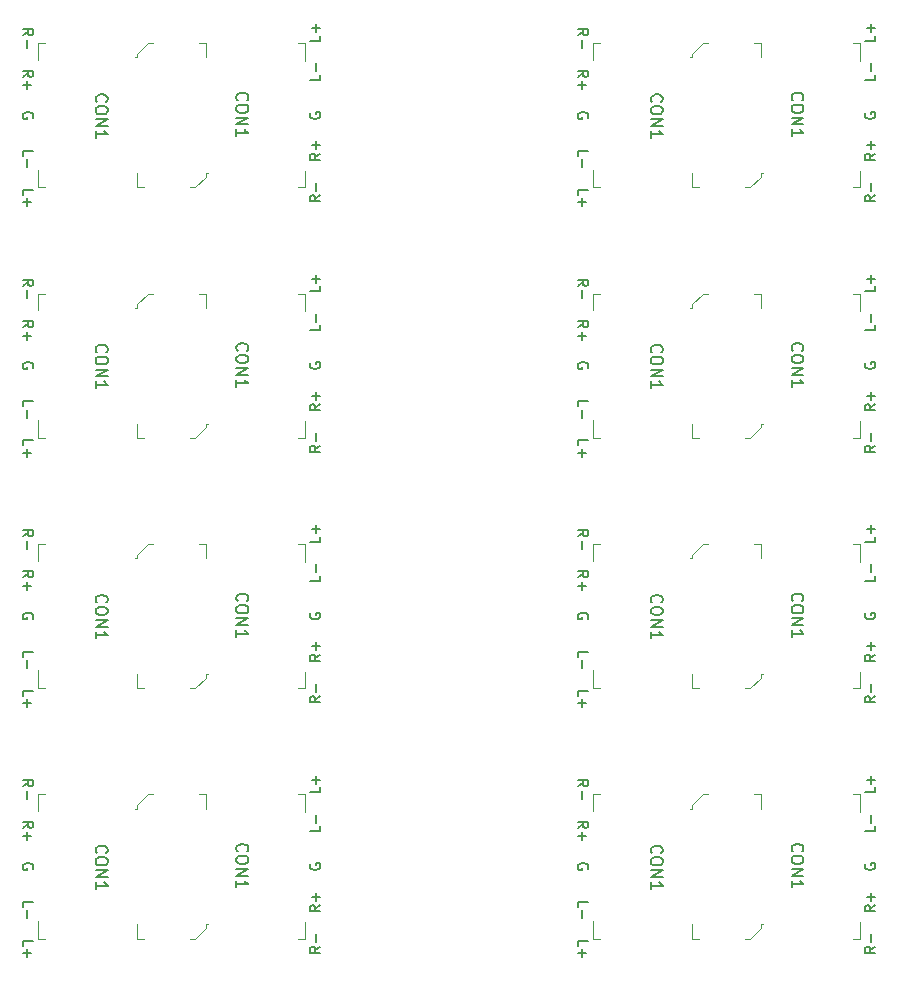
<source format=gto>
G04 #@! TF.GenerationSoftware,KiCad,Pcbnew,(5.1.0)-1*
G04 #@! TF.CreationDate,2019-06-08T18:11:25-04:00*
G04 #@! TF.ProjectId,input+output,696e7075-742b-46f7-9574-7075742e6b69,0.1*
G04 #@! TF.SameCoordinates,Original*
G04 #@! TF.FileFunction,Legend,Top*
G04 #@! TF.FilePolarity,Positive*
%FSLAX46Y46*%
G04 Gerber Fmt 4.6, Leading zero omitted, Abs format (unit mm)*
G04 Created by KiCad (PCBNEW (5.1.0)-1) date 2019-06-08 18:11:25*
%MOMM*%
%LPD*%
G04 APERTURE LIST*
%ADD10C,0.203200*%
%ADD11C,0.100000*%
%ADD12C,0.150000*%
G04 APERTURE END LIST*
D10*
X88947833Y-123228833D02*
X89371166Y-122932500D01*
X88947833Y-122720833D02*
X89836833Y-122720833D01*
X89836833Y-123059500D01*
X89794500Y-123144166D01*
X89752166Y-123186500D01*
X89667500Y-123228833D01*
X89540500Y-123228833D01*
X89455833Y-123186500D01*
X89413500Y-123144166D01*
X89371166Y-123059500D01*
X89371166Y-122720833D01*
X89286500Y-123609833D02*
X89286500Y-124287166D01*
X88947833Y-136728833D02*
X88947833Y-136305500D01*
X89836833Y-136305500D01*
X89286500Y-137025166D02*
X89286500Y-137702500D01*
X88947833Y-137363833D02*
X89625166Y-137363833D01*
X114152166Y-102079166D02*
X114152166Y-102502500D01*
X113263166Y-102502500D01*
X113813500Y-101782833D02*
X113813500Y-101105500D01*
X114152166Y-101444166D02*
X113474833Y-101444166D01*
X89794500Y-109036833D02*
X89836833Y-108952166D01*
X89836833Y-108825166D01*
X89794500Y-108698166D01*
X89709833Y-108613500D01*
X89625166Y-108571166D01*
X89455833Y-108528833D01*
X89328833Y-108528833D01*
X89159500Y-108571166D01*
X89074833Y-108613500D01*
X88990166Y-108698166D01*
X88947833Y-108825166D01*
X88947833Y-108909833D01*
X88990166Y-109036833D01*
X89032500Y-109079166D01*
X89328833Y-109079166D01*
X89328833Y-108909833D01*
X114152166Y-123279166D02*
X114152166Y-123702500D01*
X113263166Y-123702500D01*
X113813500Y-122982833D02*
X113813500Y-122305500D01*
X114152166Y-122644166D02*
X113474833Y-122644166D01*
X88947833Y-133428833D02*
X88947833Y-133005500D01*
X89836833Y-133005500D01*
X89286500Y-133725166D02*
X89286500Y-134402500D01*
X89794500Y-130236833D02*
X89836833Y-130152166D01*
X89836833Y-130025166D01*
X89794500Y-129898166D01*
X89709833Y-129813500D01*
X89625166Y-129771166D01*
X89455833Y-129728833D01*
X89328833Y-129728833D01*
X89159500Y-129771166D01*
X89074833Y-129813500D01*
X88990166Y-129898166D01*
X88947833Y-130025166D01*
X88947833Y-130109833D01*
X88990166Y-130236833D01*
X89032500Y-130279166D01*
X89328833Y-130279166D01*
X89328833Y-130109833D01*
X88947833Y-102028833D02*
X89371166Y-101732500D01*
X88947833Y-101520833D02*
X89836833Y-101520833D01*
X89836833Y-101859500D01*
X89794500Y-101944166D01*
X89752166Y-101986500D01*
X89667500Y-102028833D01*
X89540500Y-102028833D01*
X89455833Y-101986500D01*
X89413500Y-101944166D01*
X89371166Y-101859500D01*
X89371166Y-101520833D01*
X89286500Y-102409833D02*
X89286500Y-103087166D01*
X113305500Y-108571166D02*
X113263166Y-108655833D01*
X113263166Y-108782833D01*
X113305500Y-108909833D01*
X113390166Y-108994500D01*
X113474833Y-109036833D01*
X113644166Y-109079166D01*
X113771166Y-109079166D01*
X113940500Y-109036833D01*
X114025166Y-108994500D01*
X114109833Y-108909833D01*
X114152166Y-108782833D01*
X114152166Y-108698166D01*
X114109833Y-108571166D01*
X114067500Y-108528833D01*
X113771166Y-108528833D01*
X113771166Y-108698166D01*
X88947833Y-105528833D02*
X89371166Y-105232500D01*
X88947833Y-105020833D02*
X89836833Y-105020833D01*
X89836833Y-105359500D01*
X89794500Y-105444166D01*
X89752166Y-105486500D01*
X89667500Y-105528833D01*
X89540500Y-105528833D01*
X89455833Y-105486500D01*
X89413500Y-105444166D01*
X89371166Y-105359500D01*
X89371166Y-105020833D01*
X89286500Y-105909833D02*
X89286500Y-106587166D01*
X88947833Y-106248500D02*
X89625166Y-106248500D01*
X114152166Y-105379166D02*
X114152166Y-105802500D01*
X113263166Y-105802500D01*
X113813500Y-105082833D02*
X113813500Y-104405500D01*
X113305500Y-129771166D02*
X113263166Y-129855833D01*
X113263166Y-129982833D01*
X113305500Y-130109833D01*
X113390166Y-130194500D01*
X113474833Y-130236833D01*
X113644166Y-130279166D01*
X113771166Y-130279166D01*
X113940500Y-130236833D01*
X114025166Y-130194500D01*
X114109833Y-130109833D01*
X114152166Y-129982833D01*
X114152166Y-129898166D01*
X114109833Y-129771166D01*
X114067500Y-129728833D01*
X113771166Y-129728833D01*
X113771166Y-129898166D01*
X114152166Y-136779166D02*
X113728833Y-137075500D01*
X114152166Y-137287166D02*
X113263166Y-137287166D01*
X113263166Y-136948500D01*
X113305500Y-136863833D01*
X113347833Y-136821500D01*
X113432500Y-136779166D01*
X113559500Y-136779166D01*
X113644166Y-136821500D01*
X113686500Y-136863833D01*
X113728833Y-136948500D01*
X113728833Y-137287166D01*
X113813500Y-136398166D02*
X113813500Y-135720833D01*
X114152166Y-133279166D02*
X113728833Y-133575500D01*
X114152166Y-133787166D02*
X113263166Y-133787166D01*
X113263166Y-133448500D01*
X113305500Y-133363833D01*
X113347833Y-133321500D01*
X113432500Y-133279166D01*
X113559500Y-133279166D01*
X113644166Y-133321500D01*
X113686500Y-133363833D01*
X113728833Y-133448500D01*
X113728833Y-133787166D01*
X113813500Y-132898166D02*
X113813500Y-132220833D01*
X114152166Y-132559500D02*
X113474833Y-132559500D01*
X114152166Y-115579166D02*
X113728833Y-115875500D01*
X114152166Y-116087166D02*
X113263166Y-116087166D01*
X113263166Y-115748500D01*
X113305500Y-115663833D01*
X113347833Y-115621500D01*
X113432500Y-115579166D01*
X113559500Y-115579166D01*
X113644166Y-115621500D01*
X113686500Y-115663833D01*
X113728833Y-115748500D01*
X113728833Y-116087166D01*
X113813500Y-115198166D02*
X113813500Y-114520833D01*
X114152166Y-126579166D02*
X114152166Y-127002500D01*
X113263166Y-127002500D01*
X113813500Y-126282833D02*
X113813500Y-125605500D01*
X114152166Y-112079166D02*
X113728833Y-112375500D01*
X114152166Y-112587166D02*
X113263166Y-112587166D01*
X113263166Y-112248500D01*
X113305500Y-112163833D01*
X113347833Y-112121500D01*
X113432500Y-112079166D01*
X113559500Y-112079166D01*
X113644166Y-112121500D01*
X113686500Y-112163833D01*
X113728833Y-112248500D01*
X113728833Y-112587166D01*
X113813500Y-111698166D02*
X113813500Y-111020833D01*
X114152166Y-111359500D02*
X113474833Y-111359500D01*
X88947833Y-112228833D02*
X88947833Y-111805500D01*
X89836833Y-111805500D01*
X89286500Y-112525166D02*
X89286500Y-113202500D01*
X88947833Y-115528833D02*
X88947833Y-115105500D01*
X89836833Y-115105500D01*
X89286500Y-115825166D02*
X89286500Y-116502500D01*
X88947833Y-116163833D02*
X89625166Y-116163833D01*
X88947833Y-126728833D02*
X89371166Y-126432500D01*
X88947833Y-126220833D02*
X89836833Y-126220833D01*
X89836833Y-126559500D01*
X89794500Y-126644166D01*
X89752166Y-126686500D01*
X89667500Y-126728833D01*
X89540500Y-126728833D01*
X89455833Y-126686500D01*
X89413500Y-126644166D01*
X89371166Y-126559500D01*
X89371166Y-126220833D01*
X89286500Y-127109833D02*
X89286500Y-127787166D01*
X88947833Y-127448500D02*
X89625166Y-127448500D01*
X161152166Y-112079166D02*
X160728833Y-112375500D01*
X161152166Y-112587166D02*
X160263166Y-112587166D01*
X160263166Y-112248500D01*
X160305500Y-112163833D01*
X160347833Y-112121500D01*
X160432500Y-112079166D01*
X160559500Y-112079166D01*
X160644166Y-112121500D01*
X160686500Y-112163833D01*
X160728833Y-112248500D01*
X160728833Y-112587166D01*
X160813500Y-111698166D02*
X160813500Y-111020833D01*
X161152166Y-111359500D02*
X160474833Y-111359500D01*
X161152166Y-105379166D02*
X161152166Y-105802500D01*
X160263166Y-105802500D01*
X160813500Y-105082833D02*
X160813500Y-104405500D01*
X135947833Y-102028833D02*
X136371166Y-101732500D01*
X135947833Y-101520833D02*
X136836833Y-101520833D01*
X136836833Y-101859500D01*
X136794500Y-101944166D01*
X136752166Y-101986500D01*
X136667500Y-102028833D01*
X136540500Y-102028833D01*
X136455833Y-101986500D01*
X136413500Y-101944166D01*
X136371166Y-101859500D01*
X136371166Y-101520833D01*
X136286500Y-102409833D02*
X136286500Y-103087166D01*
X161152166Y-102079166D02*
X161152166Y-102502500D01*
X160263166Y-102502500D01*
X160813500Y-101782833D02*
X160813500Y-101105500D01*
X161152166Y-101444166D02*
X160474833Y-101444166D01*
X135947833Y-115528833D02*
X135947833Y-115105500D01*
X136836833Y-115105500D01*
X136286500Y-115825166D02*
X136286500Y-116502500D01*
X135947833Y-116163833D02*
X136625166Y-116163833D01*
X135947833Y-105528833D02*
X136371166Y-105232500D01*
X135947833Y-105020833D02*
X136836833Y-105020833D01*
X136836833Y-105359500D01*
X136794500Y-105444166D01*
X136752166Y-105486500D01*
X136667500Y-105528833D01*
X136540500Y-105528833D01*
X136455833Y-105486500D01*
X136413500Y-105444166D01*
X136371166Y-105359500D01*
X136371166Y-105020833D01*
X136286500Y-105909833D02*
X136286500Y-106587166D01*
X135947833Y-106248500D02*
X136625166Y-106248500D01*
X161152166Y-115579166D02*
X160728833Y-115875500D01*
X161152166Y-116087166D02*
X160263166Y-116087166D01*
X160263166Y-115748500D01*
X160305500Y-115663833D01*
X160347833Y-115621500D01*
X160432500Y-115579166D01*
X160559500Y-115579166D01*
X160644166Y-115621500D01*
X160686500Y-115663833D01*
X160728833Y-115748500D01*
X160728833Y-116087166D01*
X160813500Y-115198166D02*
X160813500Y-114520833D01*
X160305500Y-108571166D02*
X160263166Y-108655833D01*
X160263166Y-108782833D01*
X160305500Y-108909833D01*
X160390166Y-108994500D01*
X160474833Y-109036833D01*
X160644166Y-109079166D01*
X160771166Y-109079166D01*
X160940500Y-109036833D01*
X161025166Y-108994500D01*
X161109833Y-108909833D01*
X161152166Y-108782833D01*
X161152166Y-108698166D01*
X161109833Y-108571166D01*
X161067500Y-108528833D01*
X160771166Y-108528833D01*
X160771166Y-108698166D01*
X135947833Y-112228833D02*
X135947833Y-111805500D01*
X136836833Y-111805500D01*
X136286500Y-112525166D02*
X136286500Y-113202500D01*
X136794500Y-109036833D02*
X136836833Y-108952166D01*
X136836833Y-108825166D01*
X136794500Y-108698166D01*
X136709833Y-108613500D01*
X136625166Y-108571166D01*
X136455833Y-108528833D01*
X136328833Y-108528833D01*
X136159500Y-108571166D01*
X136074833Y-108613500D01*
X135990166Y-108698166D01*
X135947833Y-108825166D01*
X135947833Y-108909833D01*
X135990166Y-109036833D01*
X136032500Y-109079166D01*
X136328833Y-109079166D01*
X136328833Y-108909833D01*
X135947833Y-126728833D02*
X136371166Y-126432500D01*
X135947833Y-126220833D02*
X136836833Y-126220833D01*
X136836833Y-126559500D01*
X136794500Y-126644166D01*
X136752166Y-126686500D01*
X136667500Y-126728833D01*
X136540500Y-126728833D01*
X136455833Y-126686500D01*
X136413500Y-126644166D01*
X136371166Y-126559500D01*
X136371166Y-126220833D01*
X136286500Y-127109833D02*
X136286500Y-127787166D01*
X135947833Y-127448500D02*
X136625166Y-127448500D01*
X161152166Y-126579166D02*
X161152166Y-127002500D01*
X160263166Y-127002500D01*
X160813500Y-126282833D02*
X160813500Y-125605500D01*
X135947833Y-136728833D02*
X135947833Y-136305500D01*
X136836833Y-136305500D01*
X136286500Y-137025166D02*
X136286500Y-137702500D01*
X135947833Y-137363833D02*
X136625166Y-137363833D01*
X135947833Y-123228833D02*
X136371166Y-122932500D01*
X135947833Y-122720833D02*
X136836833Y-122720833D01*
X136836833Y-123059500D01*
X136794500Y-123144166D01*
X136752166Y-123186500D01*
X136667500Y-123228833D01*
X136540500Y-123228833D01*
X136455833Y-123186500D01*
X136413500Y-123144166D01*
X136371166Y-123059500D01*
X136371166Y-122720833D01*
X136286500Y-123609833D02*
X136286500Y-124287166D01*
X161152166Y-133279166D02*
X160728833Y-133575500D01*
X161152166Y-133787166D02*
X160263166Y-133787166D01*
X160263166Y-133448500D01*
X160305500Y-133363833D01*
X160347833Y-133321500D01*
X160432500Y-133279166D01*
X160559500Y-133279166D01*
X160644166Y-133321500D01*
X160686500Y-133363833D01*
X160728833Y-133448500D01*
X160728833Y-133787166D01*
X160813500Y-132898166D02*
X160813500Y-132220833D01*
X161152166Y-132559500D02*
X160474833Y-132559500D01*
X161152166Y-136779166D02*
X160728833Y-137075500D01*
X161152166Y-137287166D02*
X160263166Y-137287166D01*
X160263166Y-136948500D01*
X160305500Y-136863833D01*
X160347833Y-136821500D01*
X160432500Y-136779166D01*
X160559500Y-136779166D01*
X160644166Y-136821500D01*
X160686500Y-136863833D01*
X160728833Y-136948500D01*
X160728833Y-137287166D01*
X160813500Y-136398166D02*
X160813500Y-135720833D01*
X161152166Y-123279166D02*
X161152166Y-123702500D01*
X160263166Y-123702500D01*
X160813500Y-122982833D02*
X160813500Y-122305500D01*
X161152166Y-122644166D02*
X160474833Y-122644166D01*
X160305500Y-129771166D02*
X160263166Y-129855833D01*
X160263166Y-129982833D01*
X160305500Y-130109833D01*
X160390166Y-130194500D01*
X160474833Y-130236833D01*
X160644166Y-130279166D01*
X160771166Y-130279166D01*
X160940500Y-130236833D01*
X161025166Y-130194500D01*
X161109833Y-130109833D01*
X161152166Y-129982833D01*
X161152166Y-129898166D01*
X161109833Y-129771166D01*
X161067500Y-129728833D01*
X160771166Y-129728833D01*
X160771166Y-129898166D01*
X135947833Y-133428833D02*
X135947833Y-133005500D01*
X136836833Y-133005500D01*
X136286500Y-133725166D02*
X136286500Y-134402500D01*
X136794500Y-130236833D02*
X136836833Y-130152166D01*
X136836833Y-130025166D01*
X136794500Y-129898166D01*
X136709833Y-129813500D01*
X136625166Y-129771166D01*
X136455833Y-129728833D01*
X136328833Y-129728833D01*
X136159500Y-129771166D01*
X136074833Y-129813500D01*
X135990166Y-129898166D01*
X135947833Y-130025166D01*
X135947833Y-130109833D01*
X135990166Y-130236833D01*
X136032500Y-130279166D01*
X136328833Y-130279166D01*
X136328833Y-130109833D01*
X160305500Y-87371166D02*
X160263166Y-87455833D01*
X160263166Y-87582833D01*
X160305500Y-87709833D01*
X160390166Y-87794500D01*
X160474833Y-87836833D01*
X160644166Y-87879166D01*
X160771166Y-87879166D01*
X160940500Y-87836833D01*
X161025166Y-87794500D01*
X161109833Y-87709833D01*
X161152166Y-87582833D01*
X161152166Y-87498166D01*
X161109833Y-87371166D01*
X161067500Y-87328833D01*
X160771166Y-87328833D01*
X160771166Y-87498166D01*
X161152166Y-90879166D02*
X160728833Y-91175500D01*
X161152166Y-91387166D02*
X160263166Y-91387166D01*
X160263166Y-91048500D01*
X160305500Y-90963833D01*
X160347833Y-90921500D01*
X160432500Y-90879166D01*
X160559500Y-90879166D01*
X160644166Y-90921500D01*
X160686500Y-90963833D01*
X160728833Y-91048500D01*
X160728833Y-91387166D01*
X160813500Y-90498166D02*
X160813500Y-89820833D01*
X161152166Y-90159500D02*
X160474833Y-90159500D01*
X136794500Y-87836833D02*
X136836833Y-87752166D01*
X136836833Y-87625166D01*
X136794500Y-87498166D01*
X136709833Y-87413500D01*
X136625166Y-87371166D01*
X136455833Y-87328833D01*
X136328833Y-87328833D01*
X136159500Y-87371166D01*
X136074833Y-87413500D01*
X135990166Y-87498166D01*
X135947833Y-87625166D01*
X135947833Y-87709833D01*
X135990166Y-87836833D01*
X136032500Y-87879166D01*
X136328833Y-87879166D01*
X136328833Y-87709833D01*
X135947833Y-91028833D02*
X135947833Y-90605500D01*
X136836833Y-90605500D01*
X136286500Y-91325166D02*
X136286500Y-92002500D01*
X161152166Y-80879166D02*
X161152166Y-81302500D01*
X160263166Y-81302500D01*
X160813500Y-80582833D02*
X160813500Y-79905500D01*
X161152166Y-80244166D02*
X160474833Y-80244166D01*
X135947833Y-80828833D02*
X136371166Y-80532500D01*
X135947833Y-80320833D02*
X136836833Y-80320833D01*
X136836833Y-80659500D01*
X136794500Y-80744166D01*
X136752166Y-80786500D01*
X136667500Y-80828833D01*
X136540500Y-80828833D01*
X136455833Y-80786500D01*
X136413500Y-80744166D01*
X136371166Y-80659500D01*
X136371166Y-80320833D01*
X136286500Y-81209833D02*
X136286500Y-81887166D01*
X135947833Y-84328833D02*
X136371166Y-84032500D01*
X135947833Y-83820833D02*
X136836833Y-83820833D01*
X136836833Y-84159500D01*
X136794500Y-84244166D01*
X136752166Y-84286500D01*
X136667500Y-84328833D01*
X136540500Y-84328833D01*
X136455833Y-84286500D01*
X136413500Y-84244166D01*
X136371166Y-84159500D01*
X136371166Y-83820833D01*
X136286500Y-84709833D02*
X136286500Y-85387166D01*
X135947833Y-85048500D02*
X136625166Y-85048500D01*
X135947833Y-94328833D02*
X135947833Y-93905500D01*
X136836833Y-93905500D01*
X136286500Y-94625166D02*
X136286500Y-95302500D01*
X135947833Y-94963833D02*
X136625166Y-94963833D01*
X161152166Y-94379166D02*
X160728833Y-94675500D01*
X161152166Y-94887166D02*
X160263166Y-94887166D01*
X160263166Y-94548500D01*
X160305500Y-94463833D01*
X160347833Y-94421500D01*
X160432500Y-94379166D01*
X160559500Y-94379166D01*
X160644166Y-94421500D01*
X160686500Y-94463833D01*
X160728833Y-94548500D01*
X160728833Y-94887166D01*
X160813500Y-93998166D02*
X160813500Y-93320833D01*
X161152166Y-84179166D02*
X161152166Y-84602500D01*
X160263166Y-84602500D01*
X160813500Y-83882833D02*
X160813500Y-83205500D01*
X135947833Y-69828833D02*
X135947833Y-69405500D01*
X136836833Y-69405500D01*
X136286500Y-70125166D02*
X136286500Y-70802500D01*
X161152166Y-62979166D02*
X161152166Y-63402500D01*
X160263166Y-63402500D01*
X160813500Y-62682833D02*
X160813500Y-62005500D01*
X160305500Y-66171166D02*
X160263166Y-66255833D01*
X160263166Y-66382833D01*
X160305500Y-66509833D01*
X160390166Y-66594500D01*
X160474833Y-66636833D01*
X160644166Y-66679166D01*
X160771166Y-66679166D01*
X160940500Y-66636833D01*
X161025166Y-66594500D01*
X161109833Y-66509833D01*
X161152166Y-66382833D01*
X161152166Y-66298166D01*
X161109833Y-66171166D01*
X161067500Y-66128833D01*
X160771166Y-66128833D01*
X160771166Y-66298166D01*
X135947833Y-63128833D02*
X136371166Y-62832500D01*
X135947833Y-62620833D02*
X136836833Y-62620833D01*
X136836833Y-62959500D01*
X136794500Y-63044166D01*
X136752166Y-63086500D01*
X136667500Y-63128833D01*
X136540500Y-63128833D01*
X136455833Y-63086500D01*
X136413500Y-63044166D01*
X136371166Y-62959500D01*
X136371166Y-62620833D01*
X136286500Y-63509833D02*
X136286500Y-64187166D01*
X135947833Y-63848500D02*
X136625166Y-63848500D01*
X161152166Y-69679166D02*
X160728833Y-69975500D01*
X161152166Y-70187166D02*
X160263166Y-70187166D01*
X160263166Y-69848500D01*
X160305500Y-69763833D01*
X160347833Y-69721500D01*
X160432500Y-69679166D01*
X160559500Y-69679166D01*
X160644166Y-69721500D01*
X160686500Y-69763833D01*
X160728833Y-69848500D01*
X160728833Y-70187166D01*
X160813500Y-69298166D02*
X160813500Y-68620833D01*
X161152166Y-68959500D02*
X160474833Y-68959500D01*
X135947833Y-59628833D02*
X136371166Y-59332500D01*
X135947833Y-59120833D02*
X136836833Y-59120833D01*
X136836833Y-59459500D01*
X136794500Y-59544166D01*
X136752166Y-59586500D01*
X136667500Y-59628833D01*
X136540500Y-59628833D01*
X136455833Y-59586500D01*
X136413500Y-59544166D01*
X136371166Y-59459500D01*
X136371166Y-59120833D01*
X136286500Y-60009833D02*
X136286500Y-60687166D01*
X161152166Y-59679166D02*
X161152166Y-60102500D01*
X160263166Y-60102500D01*
X160813500Y-59382833D02*
X160813500Y-58705500D01*
X161152166Y-59044166D02*
X160474833Y-59044166D01*
X161152166Y-73179166D02*
X160728833Y-73475500D01*
X161152166Y-73687166D02*
X160263166Y-73687166D01*
X160263166Y-73348500D01*
X160305500Y-73263833D01*
X160347833Y-73221500D01*
X160432500Y-73179166D01*
X160559500Y-73179166D01*
X160644166Y-73221500D01*
X160686500Y-73263833D01*
X160728833Y-73348500D01*
X160728833Y-73687166D01*
X160813500Y-72798166D02*
X160813500Y-72120833D01*
X136794500Y-66636833D02*
X136836833Y-66552166D01*
X136836833Y-66425166D01*
X136794500Y-66298166D01*
X136709833Y-66213500D01*
X136625166Y-66171166D01*
X136455833Y-66128833D01*
X136328833Y-66128833D01*
X136159500Y-66171166D01*
X136074833Y-66213500D01*
X135990166Y-66298166D01*
X135947833Y-66425166D01*
X135947833Y-66509833D01*
X135990166Y-66636833D01*
X136032500Y-66679166D01*
X136328833Y-66679166D01*
X136328833Y-66509833D01*
X135947833Y-73128833D02*
X135947833Y-72705500D01*
X136836833Y-72705500D01*
X136286500Y-73425166D02*
X136286500Y-74102500D01*
X135947833Y-73763833D02*
X136625166Y-73763833D01*
X89794500Y-66636833D02*
X89836833Y-66552166D01*
X89836833Y-66425166D01*
X89794500Y-66298166D01*
X89709833Y-66213500D01*
X89625166Y-66171166D01*
X89455833Y-66128833D01*
X89328833Y-66128833D01*
X89159500Y-66171166D01*
X89074833Y-66213500D01*
X88990166Y-66298166D01*
X88947833Y-66425166D01*
X88947833Y-66509833D01*
X88990166Y-66636833D01*
X89032500Y-66679166D01*
X89328833Y-66679166D01*
X89328833Y-66509833D01*
X88947833Y-73128833D02*
X88947833Y-72705500D01*
X89836833Y-72705500D01*
X89286500Y-73425166D02*
X89286500Y-74102500D01*
X88947833Y-73763833D02*
X89625166Y-73763833D01*
X88947833Y-69828833D02*
X88947833Y-69405500D01*
X89836833Y-69405500D01*
X89286500Y-70125166D02*
X89286500Y-70802500D01*
X88947833Y-63128833D02*
X89371166Y-62832500D01*
X88947833Y-62620833D02*
X89836833Y-62620833D01*
X89836833Y-62959500D01*
X89794500Y-63044166D01*
X89752166Y-63086500D01*
X89667500Y-63128833D01*
X89540500Y-63128833D01*
X89455833Y-63086500D01*
X89413500Y-63044166D01*
X89371166Y-62959500D01*
X89371166Y-62620833D01*
X89286500Y-63509833D02*
X89286500Y-64187166D01*
X88947833Y-63848500D02*
X89625166Y-63848500D01*
X88947833Y-59628833D02*
X89371166Y-59332500D01*
X88947833Y-59120833D02*
X89836833Y-59120833D01*
X89836833Y-59459500D01*
X89794500Y-59544166D01*
X89752166Y-59586500D01*
X89667500Y-59628833D01*
X89540500Y-59628833D01*
X89455833Y-59586500D01*
X89413500Y-59544166D01*
X89371166Y-59459500D01*
X89371166Y-59120833D01*
X89286500Y-60009833D02*
X89286500Y-60687166D01*
X114152166Y-69679166D02*
X113728833Y-69975500D01*
X114152166Y-70187166D02*
X113263166Y-70187166D01*
X113263166Y-69848500D01*
X113305500Y-69763833D01*
X113347833Y-69721500D01*
X113432500Y-69679166D01*
X113559500Y-69679166D01*
X113644166Y-69721500D01*
X113686500Y-69763833D01*
X113728833Y-69848500D01*
X113728833Y-70187166D01*
X113813500Y-69298166D02*
X113813500Y-68620833D01*
X114152166Y-68959500D02*
X113474833Y-68959500D01*
X114152166Y-73179166D02*
X113728833Y-73475500D01*
X114152166Y-73687166D02*
X113263166Y-73687166D01*
X113263166Y-73348500D01*
X113305500Y-73263833D01*
X113347833Y-73221500D01*
X113432500Y-73179166D01*
X113559500Y-73179166D01*
X113644166Y-73221500D01*
X113686500Y-73263833D01*
X113728833Y-73348500D01*
X113728833Y-73687166D01*
X113813500Y-72798166D02*
X113813500Y-72120833D01*
X114152166Y-62979166D02*
X114152166Y-63402500D01*
X113263166Y-63402500D01*
X113813500Y-62682833D02*
X113813500Y-62005500D01*
X114152166Y-59679166D02*
X114152166Y-60102500D01*
X113263166Y-60102500D01*
X113813500Y-59382833D02*
X113813500Y-58705500D01*
X114152166Y-59044166D02*
X113474833Y-59044166D01*
X113305500Y-66171166D02*
X113263166Y-66255833D01*
X113263166Y-66382833D01*
X113305500Y-66509833D01*
X113390166Y-66594500D01*
X113474833Y-66636833D01*
X113644166Y-66679166D01*
X113771166Y-66679166D01*
X113940500Y-66636833D01*
X114025166Y-66594500D01*
X114109833Y-66509833D01*
X114152166Y-66382833D01*
X114152166Y-66298166D01*
X114109833Y-66171166D01*
X114067500Y-66128833D01*
X113771166Y-66128833D01*
X113771166Y-66298166D01*
X88947833Y-91028833D02*
X88947833Y-90605500D01*
X89836833Y-90605500D01*
X89286500Y-91325166D02*
X89286500Y-92002500D01*
X89794500Y-87836833D02*
X89836833Y-87752166D01*
X89836833Y-87625166D01*
X89794500Y-87498166D01*
X89709833Y-87413500D01*
X89625166Y-87371166D01*
X89455833Y-87328833D01*
X89328833Y-87328833D01*
X89159500Y-87371166D01*
X89074833Y-87413500D01*
X88990166Y-87498166D01*
X88947833Y-87625166D01*
X88947833Y-87709833D01*
X88990166Y-87836833D01*
X89032500Y-87879166D01*
X89328833Y-87879166D01*
X89328833Y-87709833D01*
X88947833Y-80828833D02*
X89371166Y-80532500D01*
X88947833Y-80320833D02*
X89836833Y-80320833D01*
X89836833Y-80659500D01*
X89794500Y-80744166D01*
X89752166Y-80786500D01*
X89667500Y-80828833D01*
X89540500Y-80828833D01*
X89455833Y-80786500D01*
X89413500Y-80744166D01*
X89371166Y-80659500D01*
X89371166Y-80320833D01*
X89286500Y-81209833D02*
X89286500Y-81887166D01*
X113305500Y-87371166D02*
X113263166Y-87455833D01*
X113263166Y-87582833D01*
X113305500Y-87709833D01*
X113390166Y-87794500D01*
X113474833Y-87836833D01*
X113644166Y-87879166D01*
X113771166Y-87879166D01*
X113940500Y-87836833D01*
X114025166Y-87794500D01*
X114109833Y-87709833D01*
X114152166Y-87582833D01*
X114152166Y-87498166D01*
X114109833Y-87371166D01*
X114067500Y-87328833D01*
X113771166Y-87328833D01*
X113771166Y-87498166D01*
X114152166Y-90879166D02*
X113728833Y-91175500D01*
X114152166Y-91387166D02*
X113263166Y-91387166D01*
X113263166Y-91048500D01*
X113305500Y-90963833D01*
X113347833Y-90921500D01*
X113432500Y-90879166D01*
X113559500Y-90879166D01*
X113644166Y-90921500D01*
X113686500Y-90963833D01*
X113728833Y-91048500D01*
X113728833Y-91387166D01*
X113813500Y-90498166D02*
X113813500Y-89820833D01*
X114152166Y-90159500D02*
X113474833Y-90159500D01*
X114152166Y-80879166D02*
X114152166Y-81302500D01*
X113263166Y-81302500D01*
X113813500Y-80582833D02*
X113813500Y-79905500D01*
X114152166Y-80244166D02*
X113474833Y-80244166D01*
X88947833Y-84328833D02*
X89371166Y-84032500D01*
X88947833Y-83820833D02*
X89836833Y-83820833D01*
X89836833Y-84159500D01*
X89794500Y-84244166D01*
X89752166Y-84286500D01*
X89667500Y-84328833D01*
X89540500Y-84328833D01*
X89455833Y-84286500D01*
X89413500Y-84244166D01*
X89371166Y-84159500D01*
X89371166Y-83820833D01*
X89286500Y-84709833D02*
X89286500Y-85387166D01*
X88947833Y-85048500D02*
X89625166Y-85048500D01*
X88947833Y-94328833D02*
X88947833Y-93905500D01*
X89836833Y-93905500D01*
X89286500Y-94625166D02*
X89286500Y-95302500D01*
X88947833Y-94963833D02*
X89625166Y-94963833D01*
X114152166Y-94379166D02*
X113728833Y-94675500D01*
X114152166Y-94887166D02*
X113263166Y-94887166D01*
X113263166Y-94548500D01*
X113305500Y-94463833D01*
X113347833Y-94421500D01*
X113432500Y-94379166D01*
X113559500Y-94379166D01*
X113644166Y-94421500D01*
X113686500Y-94463833D01*
X113728833Y-94548500D01*
X113728833Y-94887166D01*
X113813500Y-93998166D02*
X113813500Y-93320833D01*
X114152166Y-84179166D02*
X114152166Y-84602500D01*
X113263166Y-84602500D01*
X113813500Y-83882833D02*
X113813500Y-83205500D01*
D11*
X103850000Y-123904000D02*
X104450000Y-123904000D01*
X104450000Y-123904000D02*
X104450000Y-125104000D01*
X90850000Y-123904000D02*
X90250000Y-123904000D01*
X90250000Y-123904000D02*
X90250000Y-125304000D01*
X90850000Y-136104000D02*
X90250000Y-136104000D01*
X90250000Y-136104000D02*
X90250000Y-134604000D01*
X103150000Y-136104000D02*
X103550000Y-136104000D01*
X103550000Y-136104000D02*
X104450000Y-135204000D01*
X104450000Y-135204000D02*
X104450000Y-134904000D01*
X104450000Y-134904000D02*
X104650000Y-134904000D01*
X104450000Y-113704000D02*
X104650000Y-113704000D01*
X104450000Y-114004000D02*
X104450000Y-113704000D01*
X103550000Y-114904000D02*
X104450000Y-114004000D01*
X103150000Y-114904000D02*
X103550000Y-114904000D01*
X90250000Y-114904000D02*
X90250000Y-113404000D01*
X90850000Y-114904000D02*
X90250000Y-114904000D01*
X90250000Y-102704000D02*
X90250000Y-104104000D01*
X90850000Y-102704000D02*
X90250000Y-102704000D01*
X104450000Y-102704000D02*
X104450000Y-103904000D01*
X103850000Y-102704000D02*
X104450000Y-102704000D01*
X99250000Y-114904000D02*
X98650000Y-114904000D01*
X98650000Y-114904000D02*
X98650000Y-113704000D01*
X112250000Y-114904000D02*
X112850000Y-114904000D01*
X112850000Y-114904000D02*
X112850000Y-113504000D01*
X112250000Y-102704000D02*
X112850000Y-102704000D01*
X112850000Y-102704000D02*
X112850000Y-104204000D01*
X99950000Y-102704000D02*
X99550000Y-102704000D01*
X99550000Y-102704000D02*
X98650000Y-103604000D01*
X98650000Y-103604000D02*
X98650000Y-103904000D01*
X98650000Y-103904000D02*
X98450000Y-103904000D01*
X98650000Y-125104000D02*
X98450000Y-125104000D01*
X98650000Y-124804000D02*
X98650000Y-125104000D01*
X99550000Y-123904000D02*
X98650000Y-124804000D01*
X99950000Y-123904000D02*
X99550000Y-123904000D01*
X112850000Y-123904000D02*
X112850000Y-125404000D01*
X112250000Y-123904000D02*
X112850000Y-123904000D01*
X112850000Y-136104000D02*
X112850000Y-134704000D01*
X112250000Y-136104000D02*
X112850000Y-136104000D01*
X98650000Y-136104000D02*
X98650000Y-134904000D01*
X99250000Y-136104000D02*
X98650000Y-136104000D01*
X145650000Y-103904000D02*
X145450000Y-103904000D01*
X145650000Y-103604000D02*
X145650000Y-103904000D01*
X146550000Y-102704000D02*
X145650000Y-103604000D01*
X146950000Y-102704000D02*
X146550000Y-102704000D01*
X159850000Y-102704000D02*
X159850000Y-104204000D01*
X159250000Y-102704000D02*
X159850000Y-102704000D01*
X159850000Y-114904000D02*
X159850000Y-113504000D01*
X159250000Y-114904000D02*
X159850000Y-114904000D01*
X145650000Y-114904000D02*
X145650000Y-113704000D01*
X146250000Y-114904000D02*
X145650000Y-114904000D01*
X150850000Y-102704000D02*
X151450000Y-102704000D01*
X151450000Y-102704000D02*
X151450000Y-103904000D01*
X137850000Y-102704000D02*
X137250000Y-102704000D01*
X137250000Y-102704000D02*
X137250000Y-104104000D01*
X137850000Y-114904000D02*
X137250000Y-114904000D01*
X137250000Y-114904000D02*
X137250000Y-113404000D01*
X150150000Y-114904000D02*
X150550000Y-114904000D01*
X150550000Y-114904000D02*
X151450000Y-114004000D01*
X151450000Y-114004000D02*
X151450000Y-113704000D01*
X151450000Y-113704000D02*
X151650000Y-113704000D01*
X151450000Y-134904000D02*
X151650000Y-134904000D01*
X151450000Y-135204000D02*
X151450000Y-134904000D01*
X150550000Y-136104000D02*
X151450000Y-135204000D01*
X150150000Y-136104000D02*
X150550000Y-136104000D01*
X137250000Y-136104000D02*
X137250000Y-134604000D01*
X137850000Y-136104000D02*
X137250000Y-136104000D01*
X137250000Y-123904000D02*
X137250000Y-125304000D01*
X137850000Y-123904000D02*
X137250000Y-123904000D01*
X151450000Y-123904000D02*
X151450000Y-125104000D01*
X150850000Y-123904000D02*
X151450000Y-123904000D01*
X146250000Y-136104000D02*
X145650000Y-136104000D01*
X145650000Y-136104000D02*
X145650000Y-134904000D01*
X159250000Y-136104000D02*
X159850000Y-136104000D01*
X159850000Y-136104000D02*
X159850000Y-134704000D01*
X159250000Y-123904000D02*
X159850000Y-123904000D01*
X159850000Y-123904000D02*
X159850000Y-125404000D01*
X146950000Y-123904000D02*
X146550000Y-123904000D01*
X146550000Y-123904000D02*
X145650000Y-124804000D01*
X145650000Y-124804000D02*
X145650000Y-125104000D01*
X145650000Y-125104000D02*
X145450000Y-125104000D01*
X151450000Y-71304000D02*
X151650000Y-71304000D01*
X151450000Y-71604000D02*
X151450000Y-71304000D01*
X150550000Y-72504000D02*
X151450000Y-71604000D01*
X150150000Y-72504000D02*
X150550000Y-72504000D01*
X137250000Y-72504000D02*
X137250000Y-71004000D01*
X137850000Y-72504000D02*
X137250000Y-72504000D01*
X137250000Y-60304000D02*
X137250000Y-61704000D01*
X137850000Y-60304000D02*
X137250000Y-60304000D01*
X151450000Y-60304000D02*
X151450000Y-61504000D01*
X150850000Y-60304000D02*
X151450000Y-60304000D01*
X146250000Y-72504000D02*
X145650000Y-72504000D01*
X145650000Y-72504000D02*
X145650000Y-71304000D01*
X159250000Y-72504000D02*
X159850000Y-72504000D01*
X159850000Y-72504000D02*
X159850000Y-71104000D01*
X159250000Y-60304000D02*
X159850000Y-60304000D01*
X159850000Y-60304000D02*
X159850000Y-61804000D01*
X146950000Y-60304000D02*
X146550000Y-60304000D01*
X146550000Y-60304000D02*
X145650000Y-61204000D01*
X145650000Y-61204000D02*
X145650000Y-61504000D01*
X145650000Y-61504000D02*
X145450000Y-61504000D01*
X145650000Y-82704000D02*
X145450000Y-82704000D01*
X145650000Y-82404000D02*
X145650000Y-82704000D01*
X146550000Y-81504000D02*
X145650000Y-82404000D01*
X146950000Y-81504000D02*
X146550000Y-81504000D01*
X159850000Y-81504000D02*
X159850000Y-83004000D01*
X159250000Y-81504000D02*
X159850000Y-81504000D01*
X159850000Y-93704000D02*
X159850000Y-92304000D01*
X159250000Y-93704000D02*
X159850000Y-93704000D01*
X145650000Y-93704000D02*
X145650000Y-92504000D01*
X146250000Y-93704000D02*
X145650000Y-93704000D01*
X150850000Y-81504000D02*
X151450000Y-81504000D01*
X151450000Y-81504000D02*
X151450000Y-82704000D01*
X137850000Y-81504000D02*
X137250000Y-81504000D01*
X137250000Y-81504000D02*
X137250000Y-82904000D01*
X137850000Y-93704000D02*
X137250000Y-93704000D01*
X137250000Y-93704000D02*
X137250000Y-92204000D01*
X150150000Y-93704000D02*
X150550000Y-93704000D01*
X150550000Y-93704000D02*
X151450000Y-92804000D01*
X151450000Y-92804000D02*
X151450000Y-92504000D01*
X151450000Y-92504000D02*
X151650000Y-92504000D01*
X98650000Y-61504000D02*
X98450000Y-61504000D01*
X98650000Y-61204000D02*
X98650000Y-61504000D01*
X99550000Y-60304000D02*
X98650000Y-61204000D01*
X99950000Y-60304000D02*
X99550000Y-60304000D01*
X112850000Y-60304000D02*
X112850000Y-61804000D01*
X112250000Y-60304000D02*
X112850000Y-60304000D01*
X112850000Y-72504000D02*
X112850000Y-71104000D01*
X112250000Y-72504000D02*
X112850000Y-72504000D01*
X98650000Y-72504000D02*
X98650000Y-71304000D01*
X99250000Y-72504000D02*
X98650000Y-72504000D01*
X103850000Y-60304000D02*
X104450000Y-60304000D01*
X104450000Y-60304000D02*
X104450000Y-61504000D01*
X90850000Y-60304000D02*
X90250000Y-60304000D01*
X90250000Y-60304000D02*
X90250000Y-61704000D01*
X90850000Y-72504000D02*
X90250000Y-72504000D01*
X90250000Y-72504000D02*
X90250000Y-71004000D01*
X103150000Y-72504000D02*
X103550000Y-72504000D01*
X103550000Y-72504000D02*
X104450000Y-71604000D01*
X104450000Y-71604000D02*
X104450000Y-71304000D01*
X104450000Y-71304000D02*
X104650000Y-71304000D01*
X104450000Y-92504000D02*
X104650000Y-92504000D01*
X104450000Y-92804000D02*
X104450000Y-92504000D01*
X103550000Y-93704000D02*
X104450000Y-92804000D01*
X103150000Y-93704000D02*
X103550000Y-93704000D01*
X90250000Y-93704000D02*
X90250000Y-92204000D01*
X90850000Y-93704000D02*
X90250000Y-93704000D01*
X90250000Y-81504000D02*
X90250000Y-82904000D01*
X90850000Y-81504000D02*
X90250000Y-81504000D01*
X104450000Y-81504000D02*
X104450000Y-82704000D01*
X103850000Y-81504000D02*
X104450000Y-81504000D01*
X99250000Y-93704000D02*
X98650000Y-93704000D01*
X98650000Y-93704000D02*
X98650000Y-92504000D01*
X112250000Y-93704000D02*
X112850000Y-93704000D01*
X112850000Y-93704000D02*
X112850000Y-92304000D01*
X112250000Y-81504000D02*
X112850000Y-81504000D01*
X112850000Y-81504000D02*
X112850000Y-83004000D01*
X99950000Y-81504000D02*
X99550000Y-81504000D01*
X99550000Y-81504000D02*
X98650000Y-82404000D01*
X98650000Y-82404000D02*
X98650000Y-82704000D01*
X98650000Y-82704000D02*
X98450000Y-82704000D01*
D12*
X95232857Y-128853214D02*
X95185238Y-128805595D01*
X95137619Y-128662738D01*
X95137619Y-128567500D01*
X95185238Y-128424642D01*
X95280476Y-128329404D01*
X95375714Y-128281785D01*
X95566190Y-128234166D01*
X95709047Y-128234166D01*
X95899523Y-128281785D01*
X95994761Y-128329404D01*
X96090000Y-128424642D01*
X96137619Y-128567500D01*
X96137619Y-128662738D01*
X96090000Y-128805595D01*
X96042380Y-128853214D01*
X96137619Y-129472261D02*
X96137619Y-129662738D01*
X96090000Y-129757976D01*
X95994761Y-129853214D01*
X95804285Y-129900833D01*
X95470952Y-129900833D01*
X95280476Y-129853214D01*
X95185238Y-129757976D01*
X95137619Y-129662738D01*
X95137619Y-129472261D01*
X95185238Y-129377023D01*
X95280476Y-129281785D01*
X95470952Y-129234166D01*
X95804285Y-129234166D01*
X95994761Y-129281785D01*
X96090000Y-129377023D01*
X96137619Y-129472261D01*
X95137619Y-130329404D02*
X96137619Y-130329404D01*
X95137619Y-130900833D01*
X96137619Y-130900833D01*
X95137619Y-131900833D02*
X95137619Y-131329404D01*
X95137619Y-131615119D02*
X96137619Y-131615119D01*
X95994761Y-131519880D01*
X95899523Y-131424642D01*
X95851904Y-131329404D01*
X95232857Y-107653214D02*
X95185238Y-107605595D01*
X95137619Y-107462738D01*
X95137619Y-107367500D01*
X95185238Y-107224642D01*
X95280476Y-107129404D01*
X95375714Y-107081785D01*
X95566190Y-107034166D01*
X95709047Y-107034166D01*
X95899523Y-107081785D01*
X95994761Y-107129404D01*
X96090000Y-107224642D01*
X96137619Y-107367500D01*
X96137619Y-107462738D01*
X96090000Y-107605595D01*
X96042380Y-107653214D01*
X96137619Y-108272261D02*
X96137619Y-108462738D01*
X96090000Y-108557976D01*
X95994761Y-108653214D01*
X95804285Y-108700833D01*
X95470952Y-108700833D01*
X95280476Y-108653214D01*
X95185238Y-108557976D01*
X95137619Y-108462738D01*
X95137619Y-108272261D01*
X95185238Y-108177023D01*
X95280476Y-108081785D01*
X95470952Y-108034166D01*
X95804285Y-108034166D01*
X95994761Y-108081785D01*
X96090000Y-108177023D01*
X96137619Y-108272261D01*
X95137619Y-109129404D02*
X96137619Y-109129404D01*
X95137619Y-109700833D01*
X96137619Y-109700833D01*
X95137619Y-110700833D02*
X95137619Y-110129404D01*
X95137619Y-110415119D02*
X96137619Y-110415119D01*
X95994761Y-110319880D01*
X95899523Y-110224642D01*
X95851904Y-110129404D01*
X107152857Y-107526214D02*
X107105238Y-107478595D01*
X107057619Y-107335738D01*
X107057619Y-107240500D01*
X107105238Y-107097642D01*
X107200476Y-107002404D01*
X107295714Y-106954785D01*
X107486190Y-106907166D01*
X107629047Y-106907166D01*
X107819523Y-106954785D01*
X107914761Y-107002404D01*
X108010000Y-107097642D01*
X108057619Y-107240500D01*
X108057619Y-107335738D01*
X108010000Y-107478595D01*
X107962380Y-107526214D01*
X108057619Y-108145261D02*
X108057619Y-108335738D01*
X108010000Y-108430976D01*
X107914761Y-108526214D01*
X107724285Y-108573833D01*
X107390952Y-108573833D01*
X107200476Y-108526214D01*
X107105238Y-108430976D01*
X107057619Y-108335738D01*
X107057619Y-108145261D01*
X107105238Y-108050023D01*
X107200476Y-107954785D01*
X107390952Y-107907166D01*
X107724285Y-107907166D01*
X107914761Y-107954785D01*
X108010000Y-108050023D01*
X108057619Y-108145261D01*
X107057619Y-109002404D02*
X108057619Y-109002404D01*
X107057619Y-109573833D01*
X108057619Y-109573833D01*
X107057619Y-110573833D02*
X107057619Y-110002404D01*
X107057619Y-110288119D02*
X108057619Y-110288119D01*
X107914761Y-110192880D01*
X107819523Y-110097642D01*
X107771904Y-110002404D01*
X107152857Y-128726214D02*
X107105238Y-128678595D01*
X107057619Y-128535738D01*
X107057619Y-128440500D01*
X107105238Y-128297642D01*
X107200476Y-128202404D01*
X107295714Y-128154785D01*
X107486190Y-128107166D01*
X107629047Y-128107166D01*
X107819523Y-128154785D01*
X107914761Y-128202404D01*
X108010000Y-128297642D01*
X108057619Y-128440500D01*
X108057619Y-128535738D01*
X108010000Y-128678595D01*
X107962380Y-128726214D01*
X108057619Y-129345261D02*
X108057619Y-129535738D01*
X108010000Y-129630976D01*
X107914761Y-129726214D01*
X107724285Y-129773833D01*
X107390952Y-129773833D01*
X107200476Y-129726214D01*
X107105238Y-129630976D01*
X107057619Y-129535738D01*
X107057619Y-129345261D01*
X107105238Y-129250023D01*
X107200476Y-129154785D01*
X107390952Y-129107166D01*
X107724285Y-129107166D01*
X107914761Y-129154785D01*
X108010000Y-129250023D01*
X108057619Y-129345261D01*
X107057619Y-130202404D02*
X108057619Y-130202404D01*
X107057619Y-130773833D01*
X108057619Y-130773833D01*
X107057619Y-131773833D02*
X107057619Y-131202404D01*
X107057619Y-131488119D02*
X108057619Y-131488119D01*
X107914761Y-131392880D01*
X107819523Y-131297642D01*
X107771904Y-131202404D01*
X154152857Y-107526214D02*
X154105238Y-107478595D01*
X154057619Y-107335738D01*
X154057619Y-107240500D01*
X154105238Y-107097642D01*
X154200476Y-107002404D01*
X154295714Y-106954785D01*
X154486190Y-106907166D01*
X154629047Y-106907166D01*
X154819523Y-106954785D01*
X154914761Y-107002404D01*
X155010000Y-107097642D01*
X155057619Y-107240500D01*
X155057619Y-107335738D01*
X155010000Y-107478595D01*
X154962380Y-107526214D01*
X155057619Y-108145261D02*
X155057619Y-108335738D01*
X155010000Y-108430976D01*
X154914761Y-108526214D01*
X154724285Y-108573833D01*
X154390952Y-108573833D01*
X154200476Y-108526214D01*
X154105238Y-108430976D01*
X154057619Y-108335738D01*
X154057619Y-108145261D01*
X154105238Y-108050023D01*
X154200476Y-107954785D01*
X154390952Y-107907166D01*
X154724285Y-107907166D01*
X154914761Y-107954785D01*
X155010000Y-108050023D01*
X155057619Y-108145261D01*
X154057619Y-109002404D02*
X155057619Y-109002404D01*
X154057619Y-109573833D01*
X155057619Y-109573833D01*
X154057619Y-110573833D02*
X154057619Y-110002404D01*
X154057619Y-110288119D02*
X155057619Y-110288119D01*
X154914761Y-110192880D01*
X154819523Y-110097642D01*
X154771904Y-110002404D01*
X142232857Y-107653214D02*
X142185238Y-107605595D01*
X142137619Y-107462738D01*
X142137619Y-107367500D01*
X142185238Y-107224642D01*
X142280476Y-107129404D01*
X142375714Y-107081785D01*
X142566190Y-107034166D01*
X142709047Y-107034166D01*
X142899523Y-107081785D01*
X142994761Y-107129404D01*
X143090000Y-107224642D01*
X143137619Y-107367500D01*
X143137619Y-107462738D01*
X143090000Y-107605595D01*
X143042380Y-107653214D01*
X143137619Y-108272261D02*
X143137619Y-108462738D01*
X143090000Y-108557976D01*
X142994761Y-108653214D01*
X142804285Y-108700833D01*
X142470952Y-108700833D01*
X142280476Y-108653214D01*
X142185238Y-108557976D01*
X142137619Y-108462738D01*
X142137619Y-108272261D01*
X142185238Y-108177023D01*
X142280476Y-108081785D01*
X142470952Y-108034166D01*
X142804285Y-108034166D01*
X142994761Y-108081785D01*
X143090000Y-108177023D01*
X143137619Y-108272261D01*
X142137619Y-109129404D02*
X143137619Y-109129404D01*
X142137619Y-109700833D01*
X143137619Y-109700833D01*
X142137619Y-110700833D02*
X142137619Y-110129404D01*
X142137619Y-110415119D02*
X143137619Y-110415119D01*
X142994761Y-110319880D01*
X142899523Y-110224642D01*
X142851904Y-110129404D01*
X142232857Y-128853214D02*
X142185238Y-128805595D01*
X142137619Y-128662738D01*
X142137619Y-128567500D01*
X142185238Y-128424642D01*
X142280476Y-128329404D01*
X142375714Y-128281785D01*
X142566190Y-128234166D01*
X142709047Y-128234166D01*
X142899523Y-128281785D01*
X142994761Y-128329404D01*
X143090000Y-128424642D01*
X143137619Y-128567500D01*
X143137619Y-128662738D01*
X143090000Y-128805595D01*
X143042380Y-128853214D01*
X143137619Y-129472261D02*
X143137619Y-129662738D01*
X143090000Y-129757976D01*
X142994761Y-129853214D01*
X142804285Y-129900833D01*
X142470952Y-129900833D01*
X142280476Y-129853214D01*
X142185238Y-129757976D01*
X142137619Y-129662738D01*
X142137619Y-129472261D01*
X142185238Y-129377023D01*
X142280476Y-129281785D01*
X142470952Y-129234166D01*
X142804285Y-129234166D01*
X142994761Y-129281785D01*
X143090000Y-129377023D01*
X143137619Y-129472261D01*
X142137619Y-130329404D02*
X143137619Y-130329404D01*
X142137619Y-130900833D01*
X143137619Y-130900833D01*
X142137619Y-131900833D02*
X142137619Y-131329404D01*
X142137619Y-131615119D02*
X143137619Y-131615119D01*
X142994761Y-131519880D01*
X142899523Y-131424642D01*
X142851904Y-131329404D01*
X154152857Y-128726214D02*
X154105238Y-128678595D01*
X154057619Y-128535738D01*
X154057619Y-128440500D01*
X154105238Y-128297642D01*
X154200476Y-128202404D01*
X154295714Y-128154785D01*
X154486190Y-128107166D01*
X154629047Y-128107166D01*
X154819523Y-128154785D01*
X154914761Y-128202404D01*
X155010000Y-128297642D01*
X155057619Y-128440500D01*
X155057619Y-128535738D01*
X155010000Y-128678595D01*
X154962380Y-128726214D01*
X155057619Y-129345261D02*
X155057619Y-129535738D01*
X155010000Y-129630976D01*
X154914761Y-129726214D01*
X154724285Y-129773833D01*
X154390952Y-129773833D01*
X154200476Y-129726214D01*
X154105238Y-129630976D01*
X154057619Y-129535738D01*
X154057619Y-129345261D01*
X154105238Y-129250023D01*
X154200476Y-129154785D01*
X154390952Y-129107166D01*
X154724285Y-129107166D01*
X154914761Y-129154785D01*
X155010000Y-129250023D01*
X155057619Y-129345261D01*
X154057619Y-130202404D02*
X155057619Y-130202404D01*
X154057619Y-130773833D01*
X155057619Y-130773833D01*
X154057619Y-131773833D02*
X154057619Y-131202404D01*
X154057619Y-131488119D02*
X155057619Y-131488119D01*
X154914761Y-131392880D01*
X154819523Y-131297642D01*
X154771904Y-131202404D01*
X142232857Y-65253214D02*
X142185238Y-65205595D01*
X142137619Y-65062738D01*
X142137619Y-64967500D01*
X142185238Y-64824642D01*
X142280476Y-64729404D01*
X142375714Y-64681785D01*
X142566190Y-64634166D01*
X142709047Y-64634166D01*
X142899523Y-64681785D01*
X142994761Y-64729404D01*
X143090000Y-64824642D01*
X143137619Y-64967500D01*
X143137619Y-65062738D01*
X143090000Y-65205595D01*
X143042380Y-65253214D01*
X143137619Y-65872261D02*
X143137619Y-66062738D01*
X143090000Y-66157976D01*
X142994761Y-66253214D01*
X142804285Y-66300833D01*
X142470952Y-66300833D01*
X142280476Y-66253214D01*
X142185238Y-66157976D01*
X142137619Y-66062738D01*
X142137619Y-65872261D01*
X142185238Y-65777023D01*
X142280476Y-65681785D01*
X142470952Y-65634166D01*
X142804285Y-65634166D01*
X142994761Y-65681785D01*
X143090000Y-65777023D01*
X143137619Y-65872261D01*
X142137619Y-66729404D02*
X143137619Y-66729404D01*
X142137619Y-67300833D01*
X143137619Y-67300833D01*
X142137619Y-68300833D02*
X142137619Y-67729404D01*
X142137619Y-68015119D02*
X143137619Y-68015119D01*
X142994761Y-67919880D01*
X142899523Y-67824642D01*
X142851904Y-67729404D01*
X154152857Y-65126214D02*
X154105238Y-65078595D01*
X154057619Y-64935738D01*
X154057619Y-64840500D01*
X154105238Y-64697642D01*
X154200476Y-64602404D01*
X154295714Y-64554785D01*
X154486190Y-64507166D01*
X154629047Y-64507166D01*
X154819523Y-64554785D01*
X154914761Y-64602404D01*
X155010000Y-64697642D01*
X155057619Y-64840500D01*
X155057619Y-64935738D01*
X155010000Y-65078595D01*
X154962380Y-65126214D01*
X155057619Y-65745261D02*
X155057619Y-65935738D01*
X155010000Y-66030976D01*
X154914761Y-66126214D01*
X154724285Y-66173833D01*
X154390952Y-66173833D01*
X154200476Y-66126214D01*
X154105238Y-66030976D01*
X154057619Y-65935738D01*
X154057619Y-65745261D01*
X154105238Y-65650023D01*
X154200476Y-65554785D01*
X154390952Y-65507166D01*
X154724285Y-65507166D01*
X154914761Y-65554785D01*
X155010000Y-65650023D01*
X155057619Y-65745261D01*
X154057619Y-66602404D02*
X155057619Y-66602404D01*
X154057619Y-67173833D01*
X155057619Y-67173833D01*
X154057619Y-68173833D02*
X154057619Y-67602404D01*
X154057619Y-67888119D02*
X155057619Y-67888119D01*
X154914761Y-67792880D01*
X154819523Y-67697642D01*
X154771904Y-67602404D01*
X154152857Y-86326214D02*
X154105238Y-86278595D01*
X154057619Y-86135738D01*
X154057619Y-86040500D01*
X154105238Y-85897642D01*
X154200476Y-85802404D01*
X154295714Y-85754785D01*
X154486190Y-85707166D01*
X154629047Y-85707166D01*
X154819523Y-85754785D01*
X154914761Y-85802404D01*
X155010000Y-85897642D01*
X155057619Y-86040500D01*
X155057619Y-86135738D01*
X155010000Y-86278595D01*
X154962380Y-86326214D01*
X155057619Y-86945261D02*
X155057619Y-87135738D01*
X155010000Y-87230976D01*
X154914761Y-87326214D01*
X154724285Y-87373833D01*
X154390952Y-87373833D01*
X154200476Y-87326214D01*
X154105238Y-87230976D01*
X154057619Y-87135738D01*
X154057619Y-86945261D01*
X154105238Y-86850023D01*
X154200476Y-86754785D01*
X154390952Y-86707166D01*
X154724285Y-86707166D01*
X154914761Y-86754785D01*
X155010000Y-86850023D01*
X155057619Y-86945261D01*
X154057619Y-87802404D02*
X155057619Y-87802404D01*
X154057619Y-88373833D01*
X155057619Y-88373833D01*
X154057619Y-89373833D02*
X154057619Y-88802404D01*
X154057619Y-89088119D02*
X155057619Y-89088119D01*
X154914761Y-88992880D01*
X154819523Y-88897642D01*
X154771904Y-88802404D01*
X142232857Y-86453214D02*
X142185238Y-86405595D01*
X142137619Y-86262738D01*
X142137619Y-86167500D01*
X142185238Y-86024642D01*
X142280476Y-85929404D01*
X142375714Y-85881785D01*
X142566190Y-85834166D01*
X142709047Y-85834166D01*
X142899523Y-85881785D01*
X142994761Y-85929404D01*
X143090000Y-86024642D01*
X143137619Y-86167500D01*
X143137619Y-86262738D01*
X143090000Y-86405595D01*
X143042380Y-86453214D01*
X143137619Y-87072261D02*
X143137619Y-87262738D01*
X143090000Y-87357976D01*
X142994761Y-87453214D01*
X142804285Y-87500833D01*
X142470952Y-87500833D01*
X142280476Y-87453214D01*
X142185238Y-87357976D01*
X142137619Y-87262738D01*
X142137619Y-87072261D01*
X142185238Y-86977023D01*
X142280476Y-86881785D01*
X142470952Y-86834166D01*
X142804285Y-86834166D01*
X142994761Y-86881785D01*
X143090000Y-86977023D01*
X143137619Y-87072261D01*
X142137619Y-87929404D02*
X143137619Y-87929404D01*
X142137619Y-88500833D01*
X143137619Y-88500833D01*
X142137619Y-89500833D02*
X142137619Y-88929404D01*
X142137619Y-89215119D02*
X143137619Y-89215119D01*
X142994761Y-89119880D01*
X142899523Y-89024642D01*
X142851904Y-88929404D01*
X107152857Y-65126214D02*
X107105238Y-65078595D01*
X107057619Y-64935738D01*
X107057619Y-64840500D01*
X107105238Y-64697642D01*
X107200476Y-64602404D01*
X107295714Y-64554785D01*
X107486190Y-64507166D01*
X107629047Y-64507166D01*
X107819523Y-64554785D01*
X107914761Y-64602404D01*
X108010000Y-64697642D01*
X108057619Y-64840500D01*
X108057619Y-64935738D01*
X108010000Y-65078595D01*
X107962380Y-65126214D01*
X108057619Y-65745261D02*
X108057619Y-65935738D01*
X108010000Y-66030976D01*
X107914761Y-66126214D01*
X107724285Y-66173833D01*
X107390952Y-66173833D01*
X107200476Y-66126214D01*
X107105238Y-66030976D01*
X107057619Y-65935738D01*
X107057619Y-65745261D01*
X107105238Y-65650023D01*
X107200476Y-65554785D01*
X107390952Y-65507166D01*
X107724285Y-65507166D01*
X107914761Y-65554785D01*
X108010000Y-65650023D01*
X108057619Y-65745261D01*
X107057619Y-66602404D02*
X108057619Y-66602404D01*
X107057619Y-67173833D01*
X108057619Y-67173833D01*
X107057619Y-68173833D02*
X107057619Y-67602404D01*
X107057619Y-67888119D02*
X108057619Y-67888119D01*
X107914761Y-67792880D01*
X107819523Y-67697642D01*
X107771904Y-67602404D01*
X95232857Y-65253214D02*
X95185238Y-65205595D01*
X95137619Y-65062738D01*
X95137619Y-64967500D01*
X95185238Y-64824642D01*
X95280476Y-64729404D01*
X95375714Y-64681785D01*
X95566190Y-64634166D01*
X95709047Y-64634166D01*
X95899523Y-64681785D01*
X95994761Y-64729404D01*
X96090000Y-64824642D01*
X96137619Y-64967500D01*
X96137619Y-65062738D01*
X96090000Y-65205595D01*
X96042380Y-65253214D01*
X96137619Y-65872261D02*
X96137619Y-66062738D01*
X96090000Y-66157976D01*
X95994761Y-66253214D01*
X95804285Y-66300833D01*
X95470952Y-66300833D01*
X95280476Y-66253214D01*
X95185238Y-66157976D01*
X95137619Y-66062738D01*
X95137619Y-65872261D01*
X95185238Y-65777023D01*
X95280476Y-65681785D01*
X95470952Y-65634166D01*
X95804285Y-65634166D01*
X95994761Y-65681785D01*
X96090000Y-65777023D01*
X96137619Y-65872261D01*
X95137619Y-66729404D02*
X96137619Y-66729404D01*
X95137619Y-67300833D01*
X96137619Y-67300833D01*
X95137619Y-68300833D02*
X95137619Y-67729404D01*
X95137619Y-68015119D02*
X96137619Y-68015119D01*
X95994761Y-67919880D01*
X95899523Y-67824642D01*
X95851904Y-67729404D01*
X95232857Y-86453214D02*
X95185238Y-86405595D01*
X95137619Y-86262738D01*
X95137619Y-86167500D01*
X95185238Y-86024642D01*
X95280476Y-85929404D01*
X95375714Y-85881785D01*
X95566190Y-85834166D01*
X95709047Y-85834166D01*
X95899523Y-85881785D01*
X95994761Y-85929404D01*
X96090000Y-86024642D01*
X96137619Y-86167500D01*
X96137619Y-86262738D01*
X96090000Y-86405595D01*
X96042380Y-86453214D01*
X96137619Y-87072261D02*
X96137619Y-87262738D01*
X96090000Y-87357976D01*
X95994761Y-87453214D01*
X95804285Y-87500833D01*
X95470952Y-87500833D01*
X95280476Y-87453214D01*
X95185238Y-87357976D01*
X95137619Y-87262738D01*
X95137619Y-87072261D01*
X95185238Y-86977023D01*
X95280476Y-86881785D01*
X95470952Y-86834166D01*
X95804285Y-86834166D01*
X95994761Y-86881785D01*
X96090000Y-86977023D01*
X96137619Y-87072261D01*
X95137619Y-87929404D02*
X96137619Y-87929404D01*
X95137619Y-88500833D01*
X96137619Y-88500833D01*
X95137619Y-89500833D02*
X95137619Y-88929404D01*
X95137619Y-89215119D02*
X96137619Y-89215119D01*
X95994761Y-89119880D01*
X95899523Y-89024642D01*
X95851904Y-88929404D01*
X107152857Y-86326214D02*
X107105238Y-86278595D01*
X107057619Y-86135738D01*
X107057619Y-86040500D01*
X107105238Y-85897642D01*
X107200476Y-85802404D01*
X107295714Y-85754785D01*
X107486190Y-85707166D01*
X107629047Y-85707166D01*
X107819523Y-85754785D01*
X107914761Y-85802404D01*
X108010000Y-85897642D01*
X108057619Y-86040500D01*
X108057619Y-86135738D01*
X108010000Y-86278595D01*
X107962380Y-86326214D01*
X108057619Y-86945261D02*
X108057619Y-87135738D01*
X108010000Y-87230976D01*
X107914761Y-87326214D01*
X107724285Y-87373833D01*
X107390952Y-87373833D01*
X107200476Y-87326214D01*
X107105238Y-87230976D01*
X107057619Y-87135738D01*
X107057619Y-86945261D01*
X107105238Y-86850023D01*
X107200476Y-86754785D01*
X107390952Y-86707166D01*
X107724285Y-86707166D01*
X107914761Y-86754785D01*
X108010000Y-86850023D01*
X108057619Y-86945261D01*
X107057619Y-87802404D02*
X108057619Y-87802404D01*
X107057619Y-88373833D01*
X108057619Y-88373833D01*
X107057619Y-89373833D02*
X107057619Y-88802404D01*
X107057619Y-89088119D02*
X108057619Y-89088119D01*
X107914761Y-88992880D01*
X107819523Y-88897642D01*
X107771904Y-88802404D01*
M02*

</source>
